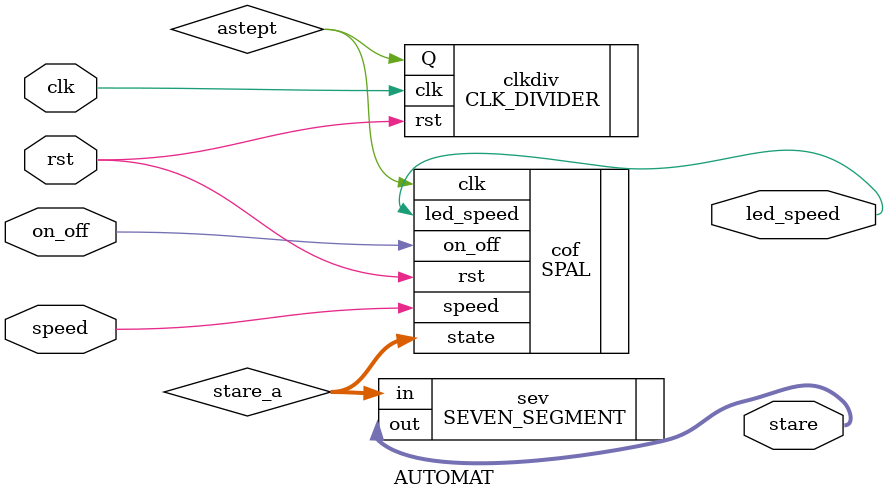
<source format=v>
module AUTOMAT(input clk, rst, on_off, speed, 
               output [6:0]stare,
               output led_speed);
             
wire [1:0]stare_a;
wire astept;
	
CLK_DIVIDER clkdiv(.clk(clk), .rst(rst), .Q(astept));
SPAL cof(.clk(astept), .rst(rst), .on_off(on_off), .speed(speed), .led_speed(led_speed), .state(stare_a));	
SEVEN_SEGMENT sev(.in(stare_a), .out(stare));
	
endmodule

</source>
